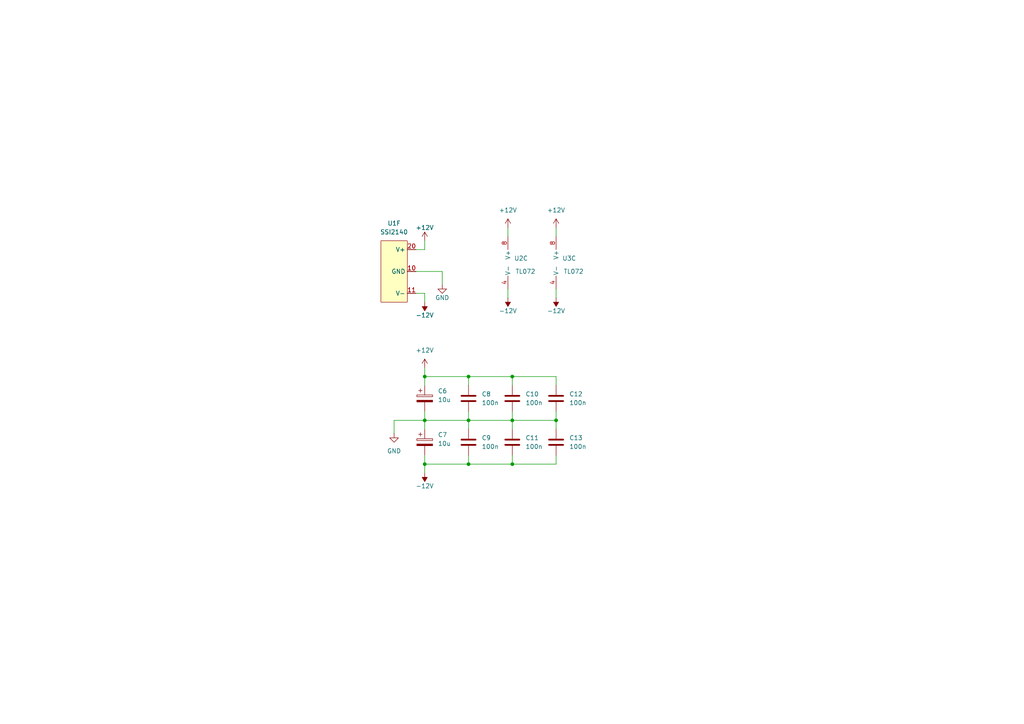
<source format=kicad_sch>
(kicad_sch (version 20211123) (generator eeschema)
  (paper "A4")
  (title_block (title "SSI2140 LPF") (date "2022-05-28") (rev "0") (comment 1 "creativecommons.org/licenses/by/4.0/") (comment 2 "License: CC by 4.0") (comment 3 "Author: Jordan Aceto"))
  (lib_symbols
    (symbol "Amplifier_Operational:TL072" (pin_names (offset 0.127))
      (property "Reference" "U" (at 0 5.08 0))
      (property "Value" "TL072" (at 0 -5.08 0))
      (symbol "TL072_1_1"
        (polyline (pts (xy -5.08 5.08) (xy 5.08 0) (xy -5.08 -5.08) (xy -5.08 5.08)) (stroke (width 0.254)) (fill (type background)))
        (pin output line (at 7.62 0 180) (length 2.54) (name "~") (number "1"))
        (pin input line (at -7.62 -2.54 0) (length 2.54) (name "-") (number "2"))
        (pin input line (at -7.62 2.54 0) (length 2.54) (name "+") (number "3"))
      )
      (symbol "TL072_2_1"
        (polyline (pts (xy -5.08 5.08) (xy 5.08 0) (xy -5.08 -5.08) (xy -5.08 5.08)) (stroke (width 0.254)) (fill (type background)))
        (pin input line (at -7.62 2.54 0) (length 2.54) (name "+") (number "5"))
        (pin input line (at -7.62 -2.54 0) (length 2.54) (name "-") (number "6"))
        (pin output line (at 7.62 0 180) (length 2.54) (name "~") (number "7"))
      )
      (symbol "TL072_3_1"
        (pin power_in line (at -2.54 -7.62 90) (length 3.81) (name "V-") (number "4"))
        (pin power_in line (at -2.54 7.62 270) (length 3.81) (name "V+") (number "8"))
      )
    )
    (symbol "Device:C" (pin_numbers hide) (pin_names (offset 0.254))
      (property "Reference" "C" (at 0.635 2.54 0))
      (property "Value" "C" (at 0.635 -2.54 0))
      (symbol "C_0_1"
        (polyline (pts (xy -2.032 -0.762) (xy 2.032 -0.762)) (stroke (width 0.508)))
        (polyline (pts (xy -2.032 0.762) (xy 2.032 0.762)) (stroke (width 0.508)))
      )
      (symbol "C_1_1"
        (pin passive line (at 0 3.81 270) (length 2.794) (name "~") (number "1"))
        (pin passive line (at 0 -3.81 90) (length 2.794) (name "~") (number "2"))
      )
    )
    (symbol "Device:C_Polarized" (pin_numbers hide) (pin_names (offset 0.254))
      (property "Reference" "C" (at 0.635 2.54 0))
      (property "Value" "C_Polarized" (at 0.635 -2.54 0))
      (symbol "C_Polarized_0_1"
        (rectangle (start -2.286 0.508) (end 2.286 1.016))
        (polyline (pts (xy -1.778 2.286) (xy -0.762 2.286)))
        (polyline (pts (xy -1.27 2.794) (xy -1.27 1.778)))
        (rectangle (start 2.286 -0.508) (end -2.286 -1.016) (fill (type outline)))
      )
      (symbol "C_Polarized_1_1"
        (pin passive line (at 0 3.81 270) (length 2.794) (name "~") (number "1"))
        (pin passive line (at 0 -3.81 90) (length 2.794) (name "~") (number "2"))
      )
    )
    (symbol "custom_symbols:SSI2140"
      (property "Reference" "U" (at 0 10.16 0))
      (property "Value" "SSI2140" (at 0 7.62 0))
      (symbol "SSI2140_1_0"
        (polyline (pts (xy 0 0) (xy -2.54 0)))
        (polyline (pts (xy 0 -5.08) (xy 0 0) (xy 2.54 0)))
        (polyline (pts (xy -2.54 0) (xy -12.7 6.35) (xy -12.7 -6.35) (xy -2.54 0)) (fill (type background)))
        (text "B1" (at 5.08 0 0) (effects (font (size 1.27 1.27))))
        (text "Gm1" (at -8.89 0 0) (effects (font (size 1.27 1.27))))
      )
      (symbol "SSI2140_1_1"
        (polyline (pts (xy 8.89 0) (xy 2.54 5.08) (xy 2.54 -5.08) (xy 8.89 0)) (fill (type background)))
        (circle (center 0 0) (radius 0.635) (fill (type outline)))
        (pin output line (at 11.43 0 180) (length 2.54) (name "") (number "4"))
        (pin input line (at 0 -7.62 90) (length 2.54) (name "") (number "5"))
        (pin input line (at -15.24 0 0) (length 2.54) (name "") (number "6"))
      )
      (symbol "SSI2140_2_0"
        (polyline (pts (xy 0 0) (xy -2.54 0)))
        (polyline (pts (xy 0 -5.08) (xy 0 0) (xy 2.54 0)))
        (polyline (pts (xy -2.54 0) (xy -12.7 6.35) (xy -12.7 -6.35) (xy -2.54 0)) (fill (type background)))
        (text "B2" (at 5.08 0 0) (effects (font (size 1.27 1.27))))
        (text "Gm2" (at -8.89 0 0) (effects (font (size 1.27 1.27))))
      )
      (symbol "SSI2140_2_1"
        (polyline (pts (xy 8.89 0) (xy 2.54 5.08) (xy 2.54 -5.08) (xy 8.89 0)) (fill (type background)))
        (circle (center 0 0) (radius 0.635) (fill (type outline)))
        (pin output line (at 11.43 0 180) (length 2.54) (name "") (number "1"))
        (pin input line (at 0 -7.62 90) (length 2.54) (name "") (number "2"))
        (pin input line (at -15.24 0 0) (length 2.54) (name "") (number "3"))
      )
      (symbol "SSI2140_3_0"
        (polyline (pts (xy 0 0) (xy -2.54 0)))
        (polyline (pts (xy 0 -5.08) (xy 0 0) (xy 2.54 0)))
        (polyline (pts (xy -2.54 0) (xy -12.7 6.35) (xy -12.7 -6.35) (xy -2.54 0)) (fill (type background)))
        (text "B3" (at 5.08 0 0) (effects (font (size 1.27 1.27))))
        (text "Gm3" (at -8.89 0 0) (effects (font (size 1.27 1.27))))
      )
      (symbol "SSI2140_3_1"
        (polyline (pts (xy 8.89 0) (xy 2.54 5.08) (xy 2.54 -5.08) (xy 8.89 0)) (fill (type background)))
        (circle (center 0 0) (radius 0.635) (fill (type outline)))
        (pin output line (at 11.43 0 180) (length 2.54) (name "") (number "17"))
        (pin input line (at 0 -7.62 90) (length 2.54) (name "") (number "18"))
        (pin input line (at -15.24 0 0) (length 2.54) (name "") (number "19"))
      )
      (symbol "SSI2140_4_0"
        (polyline (pts (xy 0 0) (xy -2.54 0)))
        (polyline (pts (xy 27.94 -5.08) (xy 35.56 5.08)))
        (polyline (pts (xy 35.56 -5.08) (xy 28.575 5.08)))
        (polyline (pts (xy 0 -5.08) (xy 0 0) (xy 2.54 0)))
        (polyline (pts (xy 11.43 0) (xy 11.43 0) (xy 8.89 0)))
        (polyline (pts (xy 20.32 3.175) (xy 14.605 3.175) (xy 14.605 0)))
        (polyline (pts (xy 25.4 -5.08) (xy 25.4 -2.54) (xy 27.94 -2.54)))
        (polyline (pts (xy -2.54 0) (xy -12.7 6.35) (xy -12.7 -6.35) (xy -2.54 0)) (fill (type background)))
        (polyline (pts (xy 35.56 5.08) (xy 27.94 5.08) (xy 27.94 -5.08) (xy 35.56 -5.08)) (fill (type background)))
        (polyline (pts (xy 43.18 0) (xy 35.56 5.08) (xy 35.56 -5.08) (xy 43.18 0)) (fill (type background)))
        (polyline (pts (xy 20.32 3.175) (xy 20.955 4.445) (xy 21.59 1.905) (xy 22.225 4.445) (xy 22.86 1.905) (xy 23.495 4.445) (xy 24.13 1.905) (xy 24.765 4.445) (xy 25.4 3.175) (xy 27.94 3.175)))
        (text "+" (at 26.67 -1.27 0) (effects (font (size 1.27 1.27))))
        (text "-" (at 26.67 3.81 0) (effects (font (size 1.27 1.27))))
        (text "B3" (at 5.08 0 0) (effects (font (size 1.27 1.27))))
        (text "Gm3" (at -8.89 0 0) (effects (font (size 1.27 1.27))))
        (text "Qvca" (at 38.735 0 0) (effects (font (size 1.27 1.27))))
      )
      (symbol "SSI2140_4_1"
        (polyline (pts (xy 11.43 0) (xy 14.605 0)))
        (polyline (pts (xy 8.89 0) (xy 2.54 5.08) (xy 2.54 -5.08) (xy 8.89 0)) (fill (type background)))
        (circle (center 0 0) (radius 0.635) (fill (type outline)))
        (pin input line (at 31.75 -7.62 90) (length 2.54) (name "") (number "12"))
        (pin input line (at 25.4 -7.62 90) (length 2.54) (name "") (number "13"))
        (pin output line (at 11.43 0 180) (length 2.54) (name "") (number "14"))
        (pin input line (at 0 -7.62 90) (length 2.54) (name "") (number "15"))
        (pin input line (at -15.24 0 0) (length 2.54) (name "") (number "16"))
        (pin output line (at 45.72 0 180) (length 2.54) (name "") (number "9"))
      )
      (symbol "SSI2140_5_0"
        (text "Exponential" (at -10.16 2.54 0) (effects (font (size 1.27 1.27)) (justify left)))
        (text "Function" (at -10.16 0 0) (effects (font (size 1.27 1.27)) (justify left)))
        (text "Generator" (at -10.16 -2.54 0) (effects (font (size 1.27 1.27)) (justify left)))
      )
      (symbol "SSI2140_5_1"
        (rectangle (start -11.43 5.08) (end 12.7 -5.08) (fill (type background)))
        (pin input line (at 15.24 2.54 180) (length 2.54) (name "EXPO_CTL") (number "7"))
        (pin input line (at 15.24 -2.54 180) (length 2.54) (name "TEMPCO") (number "8"))
      )
      (symbol "SSI2140_6_0"
        (rectangle (start -3.81 6.35) (end 3.81 -11.43) (fill (type background)))
      )
      (symbol "SSI2140_6_1"
        (pin power_in line (at 6.35 -2.54 180) (length 2.54) (name "GND") (number "10"))
        (pin power_in line (at 6.35 -8.89 180) (length 2.54) (name "V-") (number "11"))
        (pin power_in line (at 6.35 3.81 180) (length 2.54) (name "V+") (number "20"))
      )
    )
    (symbol "power:+12V" (power) (pin_names (offset 0))
      (property "Value" "+12V" (at 0 3.556 0))
      (symbol "+12V_0_1"
        (polyline (pts (xy -0.762 1.27) (xy 0 2.54)))
        (polyline (pts (xy 0 0) (xy 0 2.54)))
        (polyline (pts (xy 0 2.54) (xy 0.762 1.27)))
      )
      (symbol "+12V_1_1"
        (pin power_in line (at 0 0 90) (length 0) hide (name "+12V") (number "1"))
      )
    )
    (symbol "power:-12V" (power) (pin_names (offset 0))
      (property "Value" "-12V" (at 0 3.81 0))
      (symbol "-12V_0_0"
        (pin power_in line (at 0 0 90) (length 0) hide (name "-12V") (number "1"))
      )
      (symbol "-12V_0_1"
        (polyline (pts (xy 0 0) (xy 0 1.27) (xy 0.762 1.27) (xy 0 2.54) (xy -0.762 1.27) (xy 0 1.27)) (fill (type outline)))
      )
    )
    (symbol "power:GND" (power) (pin_names (offset 0))
      (property "Value" "GND" (at 0 -3.81 0))
      (symbol "GND_0_1"
        (polyline (pts (xy 0 0) (xy 0 -1.27) (xy 1.27 -1.27) (xy 0 -2.54) (xy -1.27 -1.27) (xy 0 -1.27)))
      )
      (symbol "GND_1_1"
        (pin power_in line (at 0 0 270) (length 0) hide (name "GND") (number "1"))
      )
    )
  )
  (junction (at 161.29 121.92))
  (junction (at 148.59 134.62))
  (junction (at 148.59 121.92))
  (junction (at 123.19 109.22))
  (junction (at 148.59 109.22))
  (junction (at 123.19 134.62))
  (junction (at 123.19 121.92))
  (junction (at 135.89 134.62))
  (junction (at 135.89 121.92))
  (junction (at 135.89 109.22))
  (wire (pts (xy 123.19 119.38) (xy 123.19 121.92)))
  (wire (pts (xy 123.19 87.63) (xy 123.19 85.09)))
  (wire (pts (xy 114.3 125.73) (xy 114.3 121.92)))
  (wire (pts (xy 135.89 134.62) (xy 148.59 134.62)))
  (wire (pts (xy 123.19 121.92) (xy 135.89 121.92)))
  (wire (pts (xy 135.89 134.62) (xy 123.19 134.62)))
  (wire (pts (xy 128.27 82.55) (xy 128.27 78.74)))
  (wire (pts (xy 135.89 109.22) (xy 135.89 111.76)))
  (wire (pts (xy 123.19 106.68) (xy 123.19 109.22)))
  (wire (pts (xy 135.89 121.92) (xy 135.89 124.46)))
  (wire (pts (xy 123.19 134.62) (xy 123.19 132.08)))
  (wire (pts (xy 161.29 66.04) (xy 161.29 68.58)))
  (wire (pts (xy 161.29 86.36) (xy 161.29 83.82)))
  (wire (pts (xy 161.29 134.62) (xy 161.29 132.08)))
  (wire (pts (xy 123.19 85.09) (xy 120.65 85.09)))
  (wire (pts (xy 123.19 109.22) (xy 123.19 111.76)))
  (wire (pts (xy 161.29 111.76) (xy 161.29 109.22)))
  (wire (pts (xy 148.59 121.92) (xy 148.59 119.38)))
  (wire (pts (xy 135.89 119.38) (xy 135.89 121.92)))
  (wire (pts (xy 148.59 121.92) (xy 135.89 121.92)))
  (wire (pts (xy 123.19 137.16) (xy 123.19 134.62)))
  (wire (pts (xy 147.32 86.36) (xy 147.32 83.82)))
  (wire (pts (xy 161.29 109.22) (xy 148.59 109.22)))
  (wire (pts (xy 148.59 134.62) (xy 148.59 132.08)))
  (wire (pts (xy 147.32 66.04) (xy 147.32 68.58)))
  (wire (pts (xy 161.29 121.92) (xy 148.59 121.92)))
  (wire (pts (xy 148.59 109.22) (xy 148.59 111.76)))
  (wire (pts (xy 135.89 109.22) (xy 123.19 109.22)))
  (wire (pts (xy 128.27 78.74) (xy 120.65 78.74)))
  (wire (pts (xy 135.89 132.08) (xy 135.89 134.62)))
  (wire (pts (xy 123.19 121.92) (xy 123.19 124.46)))
  (wire (pts (xy 123.19 72.39) (xy 120.65 72.39)))
  (wire (pts (xy 161.29 124.46) (xy 161.29 121.92)))
  (wire (pts (xy 148.59 134.62) (xy 161.29 134.62)))
  (wire (pts (xy 148.59 121.92) (xy 148.59 124.46)))
  (wire (pts (xy 114.3 121.92) (xy 123.19 121.92)))
  (wire (pts (xy 148.59 109.22) (xy 135.89 109.22)))
  (wire (pts (xy 123.19 69.85) (xy 123.19 72.39)))
  (wire (pts (xy 161.29 121.92) (xy 161.29 119.38)))
  (symbol (lib_id "power:+12V") (at 123.19 106.68 0) (unit 1)
    (property "Reference" "#PWR031" (effects hide))
    (property "Value" "+12V" (at 123.19 101.6 0))
  )
  (symbol (lib_id "Device:C") (at 161.29 128.27 0) (unit 1)
    (property "Reference" "C13" (at 165.1 126.9999 0) (effects (justify left)))
    (property "Value" "100n" (at 165.1 129.5399 0) (effects (justify left)))
    (property "Footprint" "Capacitor_SMD:C_0805_2012Metric" (effects hide))
  )
  (symbol (lib_id "Device:C_Polarized") (at 123.19 115.57 0) (unit 1)
    (property "Reference" "C6" (at 127 113.4109 0) (effects (justify left)))
    (property "Value" "10u" (at 127 115.9509 0) (effects (justify left)))
    (property "Footprint" "Capacitor_THT:CP_Radial_D6.3mm_P2.50mm" (effects hide))
  )
  (symbol (lib_id "Device:C") (at 135.89 128.27 0) (unit 1)
    (property "Reference" "C9" (at 139.7 126.9999 0) (effects (justify left)))
    (property "Value" "100n" (at 139.7 129.5399 0) (effects (justify left)))
    (property "Footprint" "Capacitor_SMD:C_0805_2012Metric" (effects hide))
  )
  (symbol (lib_id "power:-12V") (at 147.32 86.36 180) (unit 1)
    (property "Reference" "#PWR028" (effects hide))
    (property "Value" "-12V" (at 147.32 90.17 0))
  )
  (symbol (lib_id "Device:C") (at 161.29 115.57 0) (unit 1)
    (property "Reference" "C12" (at 165.1 114.2999 0) (effects (justify left)))
    (property "Value" "100n" (at 165.1 116.8399 0) (effects (justify left)))
    (property "Footprint" "Capacitor_SMD:C_0805_2012Metric" (effects hide))
  )
  (symbol (lib_id "custom_symbols:SSI2140") (at 114.3 76.2 0) (unit 6)
    (property "Reference" "U1" (at 114.3 64.77 0))
    (property "Value" "SSI2140" (at 114.3 67.31 0))
    (property "Footprint" "Package_SO:TSSOP-20_4.4x6.5mm_P0.65mm" (effects hide))
  )
  (symbol (lib_id "Device:C") (at 148.59 115.57 0) (unit 1)
    (property "Reference" "C10" (at 152.4 114.2999 0) (effects (justify left)))
    (property "Value" "100n" (at 152.4 116.8399 0) (effects (justify left)))
    (property "Footprint" "Capacitor_SMD:C_0805_2012Metric" (effects hide))
  )
  (symbol (lib_id "power:+12V") (at 123.19 69.85 0) (unit 1)
    (property "Reference" "#PWR026" (effects hide))
    (property "Value" "+12V" (at 123.19 66.04 0))
  )
  (symbol (lib_id "Amplifier_Operational:TL072") (at 149.86 76.2 0) (unit 3)
    (property "Reference" "U2" (at 151.13 74.93 0))
    (property "Value" "TL072" (at 152.4 78.74 0))
    (property "Footprint" "Package_SO:SOIC-8_3.9x4.9mm_P1.27mm" (effects hide))
    (property "Datasheet" "http://www.ti.com/lit/ds/symlink/tl071.pdf" (effects hide))
  )
  (symbol (lib_id "Device:C") (at 135.89 115.57 0) (unit 1)
    (property "Reference" "C8" (at 139.7 114.2999 0) (effects (justify left)))
    (property "Value" "100n" (at 139.7 116.8399 0) (effects (justify left)))
    (property "Footprint" "Capacitor_SMD:C_0805_2012Metric" (effects hide))
  )
  (symbol (lib_id "Device:C") (at 148.59 128.27 0) (unit 1)
    (property "Reference" "C11" (at 152.4 126.9999 0) (effects (justify left)))
    (property "Value" "100n" (at 152.4 129.5399 0) (effects (justify left)))
    (property "Footprint" "Capacitor_SMD:C_0805_2012Metric" (effects hide))
  )
  (symbol (lib_id "power:GND") (at 128.27 82.55 0) (unit 1)
    (property "Reference" "#PWR027" (effects hide))
    (property "Value" "GND" (at 128.27 86.36 0))
  )
  (symbol (lib_id "power:-12V") (at 123.19 87.63 180) (unit 1)
    (property "Reference" "#PWR030" (effects hide))
    (property "Value" "-12V" (at 123.19 91.44 0))
  )
  (symbol (lib_id "power:+12V") (at 147.32 66.04 0) (unit 1)
    (property "Reference" "#PWR024" (effects hide))
    (property "Value" "+12V" (at 147.32 60.96 0))
  )
  (symbol (lib_id "power:-12V") (at 123.19 137.16 180) (unit 1)
    (property "Reference" "#PWR033" (effects hide))
    (property "Value" "-12V" (at 123.19 140.97 0))
  )
  (symbol (lib_id "Amplifier_Operational:TL072") (at 163.83 76.2 0) (unit 3)
    (property "Reference" "U3" (at 165.1 74.93 0))
    (property "Value" "TL072" (at 166.37 78.74 0))
    (property "Footprint" "Package_SO:SOIC-8_3.9x4.9mm_P1.27mm" (effects hide))
    (property "Datasheet" "http://www.ti.com/lit/ds/symlink/tl071.pdf" (effects hide))
  )
  (symbol (lib_id "power:-12V") (at 161.29 86.36 180) (unit 1)
    (property "Reference" "#PWR029" (effects hide))
    (property "Value" "-12V" (at 161.29 90.17 0))
  )
  (symbol (lib_id "power:+12V") (at 161.29 66.04 0) (unit 1)
    (property "Reference" "#PWR025" (effects hide))
    (property "Value" "+12V" (at 161.29 60.96 0))
  )
  (symbol (lib_id "Device:C_Polarized") (at 123.19 128.27 0) (unit 1)
    (property "Reference" "C7" (at 127 126.1109 0) (effects (justify left)))
    (property "Value" "10u" (at 127 128.6509 0) (effects (justify left)))
    (property "Footprint" "Capacitor_THT:CP_Radial_D6.3mm_P2.50mm" (effects hide))
  )
  (symbol (lib_id "power:GND") (at 114.3 125.73 0) (unit 1)
    (property "Reference" "#PWR032" (effects hide))
    (property "Value" "GND" (at 114.3 130.81 0))
  )
)
</source>
